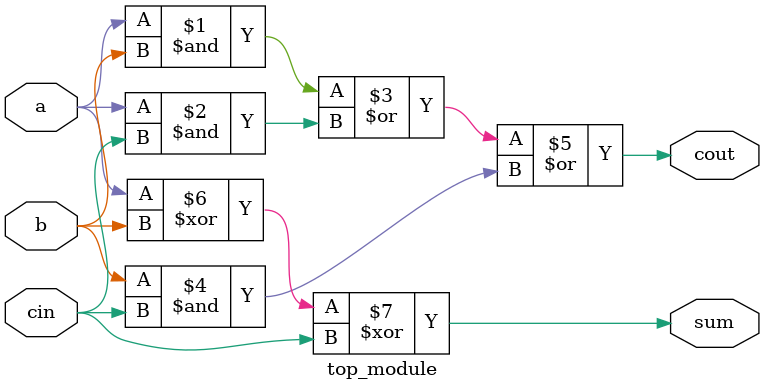
<source format=v>
module top_module( 
    input a, b, cin,
    output cout, sum );
    
    assign cout = (a&b)|(a&cin)|(b&cin);
    assign sum = a^b^cin;

endmodule

</source>
